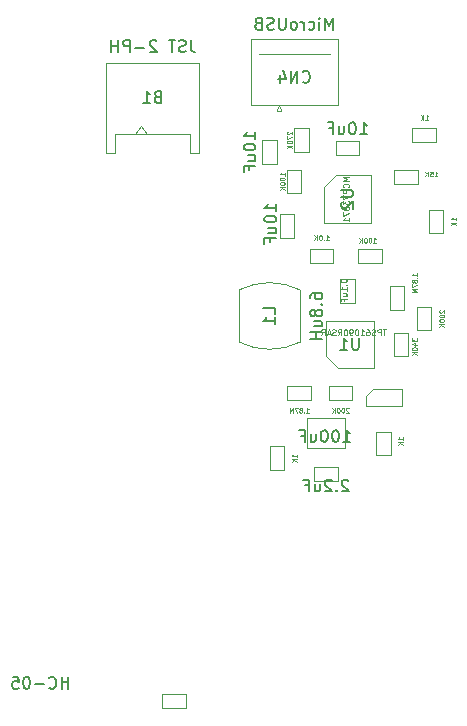
<source format=gbr>
G04 #@! TF.GenerationSoftware,KiCad,Pcbnew,5.1.5-52549c5~86~ubuntu18.04.1*
G04 #@! TF.CreationDate,2020-04-28T10:32:59-07:00*
G04 #@! TF.ProjectId,SHIELD_MIMAS_TFT_BT_POWERSUPPLY,53484945-4c44-45f4-9d49-4d41535f5446,rev?*
G04 #@! TF.SameCoordinates,Original*
G04 #@! TF.FileFunction,Other,Fab,Bot*
%FSLAX46Y46*%
G04 Gerber Fmt 4.6, Leading zero omitted, Abs format (unit mm)*
G04 Created by KiCad (PCBNEW 5.1.5-52549c5~86~ubuntu18.04.1) date 2020-04-28 10:32:59*
%MOMM*%
%LPD*%
G04 APERTURE LIST*
%ADD10C,0.100000*%
%ADD11C,0.125000*%
%ADD12C,0.150000*%
G04 APERTURE END LIST*
D10*
X160700000Y-92800000D02*
X161700000Y-93800000D01*
X160700000Y-89800000D02*
X160700000Y-92800000D01*
X164700000Y-89800000D02*
X160700000Y-89800000D01*
X164700000Y-93800000D02*
X164700000Y-89800000D01*
X161700000Y-93800000D02*
X164700000Y-93800000D01*
X161500000Y-77500000D02*
X160500000Y-78500000D01*
X164500000Y-77500000D02*
X161500000Y-77500000D01*
X164500000Y-81500000D02*
X164500000Y-77500000D01*
X160500000Y-81500000D02*
X164500000Y-81500000D01*
X160500000Y-78500000D02*
X160500000Y-81500000D01*
X156900000Y-72060000D02*
X156900000Y-71850000D01*
X156500000Y-72060000D02*
X156500000Y-71850000D01*
X156500000Y-72060000D02*
X156900000Y-72060000D01*
X156900000Y-71850000D02*
X156700000Y-71650000D01*
X156700000Y-71650000D02*
X156500000Y-71850000D01*
X154300000Y-65950000D02*
X154300000Y-71500000D01*
X154300000Y-71500000D02*
X161700000Y-71500000D01*
X154300000Y-65950000D02*
X161700000Y-65950000D01*
X155000000Y-67250000D02*
X161000000Y-67250000D01*
X161700000Y-65950000D02*
X161700000Y-71500000D01*
X153302255Y-87198851D02*
G75*
G02X158500000Y-87200000I2597745J-5101149D01*
G01*
X158497745Y-91601149D02*
G75*
G02X153300000Y-91600000I-2597745J5101149D01*
G01*
X158500000Y-91600000D02*
X158500000Y-87200000D01*
X153300000Y-87200000D02*
X153300000Y-91600000D01*
X145000000Y-73292893D02*
X145500000Y-74000000D01*
X144500000Y-74000000D02*
X145000000Y-73292893D01*
X149950000Y-75600000D02*
X149950000Y-68000000D01*
X142050000Y-75600000D02*
X142050000Y-68000000D01*
X142050000Y-68000000D02*
X149950000Y-68000000D01*
X149150000Y-75600000D02*
X149950000Y-75600000D01*
X149150000Y-74000000D02*
X149150000Y-75600000D01*
X142850000Y-74000000D02*
X149150000Y-74000000D01*
X142850000Y-75600000D02*
X142850000Y-74000000D01*
X142050000Y-75600000D02*
X142850000Y-75600000D01*
X157100000Y-102450000D02*
X157100000Y-100450000D01*
X155900000Y-102450000D02*
X157100000Y-102450000D01*
X155900000Y-100450000D02*
X155900000Y-102450000D01*
X157100000Y-100450000D02*
X155900000Y-100450000D01*
X162300000Y-98050000D02*
X159100000Y-98050000D01*
X162300000Y-100550000D02*
X162300000Y-98050000D01*
X159100000Y-100550000D02*
X162300000Y-100550000D01*
X159100000Y-98050000D02*
X159100000Y-100550000D01*
X146787500Y-122600000D02*
X148787500Y-122600000D01*
X146787500Y-121400000D02*
X146787500Y-122600000D01*
X148787500Y-121400000D02*
X146787500Y-121400000D01*
X148787500Y-122600000D02*
X148787500Y-121400000D01*
X167120000Y-95600000D02*
X167120000Y-97000000D01*
X164080000Y-97000000D02*
X167120000Y-97000000D01*
X164650000Y-95600000D02*
X164080000Y-96150000D01*
X164080000Y-96150000D02*
X164080000Y-97000000D01*
X164650000Y-95600000D02*
X167100000Y-95600000D01*
X163500000Y-74600000D02*
X161500000Y-74600000D01*
X163500000Y-75800000D02*
X163500000Y-74600000D01*
X161500000Y-75800000D02*
X163500000Y-75800000D01*
X161500000Y-74600000D02*
X161500000Y-75800000D01*
X158000000Y-82800000D02*
X158000000Y-80800000D01*
X156800000Y-82800000D02*
X158000000Y-82800000D01*
X156800000Y-80800000D02*
X156800000Y-82800000D01*
X158000000Y-80800000D02*
X156800000Y-80800000D01*
X163100000Y-88300000D02*
X163100000Y-86300000D01*
X161900000Y-88300000D02*
X163100000Y-88300000D01*
X161900000Y-86300000D02*
X161900000Y-88300000D01*
X163100000Y-86300000D02*
X161900000Y-86300000D01*
X161700000Y-102200000D02*
X159700000Y-102200000D01*
X161700000Y-103400000D02*
X161700000Y-102200000D01*
X159700000Y-103400000D02*
X161700000Y-103400000D01*
X159700000Y-102200000D02*
X159700000Y-103400000D01*
X155300000Y-74500000D02*
X155300000Y-76500000D01*
X156500000Y-74500000D02*
X155300000Y-74500000D01*
X156500000Y-76500000D02*
X156500000Y-74500000D01*
X155300000Y-76500000D02*
X156500000Y-76500000D01*
X166462500Y-78200000D02*
X168462500Y-78200000D01*
X166462500Y-77000000D02*
X166462500Y-78200000D01*
X168462500Y-77000000D02*
X166462500Y-77000000D01*
X168462500Y-78200000D02*
X168462500Y-77000000D01*
X164950000Y-99200000D02*
X164950000Y-101200000D01*
X166150000Y-99200000D02*
X164950000Y-99200000D01*
X166150000Y-101200000D02*
X166150000Y-99200000D01*
X164950000Y-101200000D02*
X166150000Y-101200000D01*
X163400000Y-84900000D02*
X165400000Y-84900000D01*
X163400000Y-83700000D02*
X163400000Y-84900000D01*
X165400000Y-83700000D02*
X163400000Y-83700000D01*
X165400000Y-84900000D02*
X165400000Y-83700000D01*
X161300000Y-83700000D02*
X159300000Y-83700000D01*
X161300000Y-84900000D02*
X161300000Y-83700000D01*
X159300000Y-84900000D02*
X161300000Y-84900000D01*
X159300000Y-83700000D02*
X159300000Y-84900000D01*
X169600000Y-90600000D02*
X169600000Y-88600000D01*
X168400000Y-90600000D02*
X169600000Y-90600000D01*
X168400000Y-88600000D02*
X168400000Y-90600000D01*
X169600000Y-88600000D02*
X168400000Y-88600000D01*
X170600000Y-82400000D02*
X170600000Y-80400000D01*
X169400000Y-82400000D02*
X170600000Y-82400000D01*
X169400000Y-80400000D02*
X169400000Y-82400000D01*
X170600000Y-80400000D02*
X169400000Y-80400000D01*
X158600000Y-79000000D02*
X158600000Y-77000000D01*
X157400000Y-79000000D02*
X158600000Y-79000000D01*
X157400000Y-77000000D02*
X157400000Y-79000000D01*
X158600000Y-77000000D02*
X157400000Y-77000000D01*
X158000000Y-73500000D02*
X158000000Y-75500000D01*
X159200000Y-73500000D02*
X158000000Y-73500000D01*
X159200000Y-75500000D02*
X159200000Y-73500000D01*
X158000000Y-75500000D02*
X159200000Y-75500000D01*
X160900000Y-96500000D02*
X162900000Y-96500000D01*
X160900000Y-95300000D02*
X160900000Y-96500000D01*
X162900000Y-95300000D02*
X160900000Y-95300000D01*
X162900000Y-96500000D02*
X162900000Y-95300000D01*
X157400000Y-96500000D02*
X159400000Y-96500000D01*
X157400000Y-95300000D02*
X157400000Y-96500000D01*
X159400000Y-95300000D02*
X157400000Y-95300000D01*
X159400000Y-96500000D02*
X159400000Y-95300000D01*
X166400000Y-90800000D02*
X166400000Y-92800000D01*
X167600000Y-90800000D02*
X166400000Y-90800000D01*
X167600000Y-92800000D02*
X167600000Y-90800000D01*
X166400000Y-92800000D02*
X167600000Y-92800000D01*
X166100000Y-86900000D02*
X166100000Y-88900000D01*
X167300000Y-86900000D02*
X166100000Y-86900000D01*
X167300000Y-88900000D02*
X167300000Y-86900000D01*
X166100000Y-88900000D02*
X167300000Y-88900000D01*
X170000000Y-73500000D02*
X168000000Y-73500000D01*
X170000000Y-74700000D02*
X170000000Y-73500000D01*
X168000000Y-74700000D02*
X170000000Y-74700000D01*
X168000000Y-73500000D02*
X168000000Y-74700000D01*
D11*
X165773809Y-90526190D02*
X165488095Y-90526190D01*
X165630952Y-91026190D02*
X165630952Y-90526190D01*
X165321428Y-91026190D02*
X165321428Y-90526190D01*
X165130952Y-90526190D01*
X165083333Y-90550000D01*
X165059523Y-90573809D01*
X165035714Y-90621428D01*
X165035714Y-90692857D01*
X165059523Y-90740476D01*
X165083333Y-90764285D01*
X165130952Y-90788095D01*
X165321428Y-90788095D01*
X164845238Y-91002380D02*
X164773809Y-91026190D01*
X164654761Y-91026190D01*
X164607142Y-91002380D01*
X164583333Y-90978571D01*
X164559523Y-90930952D01*
X164559523Y-90883333D01*
X164583333Y-90835714D01*
X164607142Y-90811904D01*
X164654761Y-90788095D01*
X164750000Y-90764285D01*
X164797619Y-90740476D01*
X164821428Y-90716666D01*
X164845238Y-90669047D01*
X164845238Y-90621428D01*
X164821428Y-90573809D01*
X164797619Y-90550000D01*
X164750000Y-90526190D01*
X164630952Y-90526190D01*
X164559523Y-90550000D01*
X164130952Y-90526190D02*
X164226190Y-90526190D01*
X164273809Y-90550000D01*
X164297619Y-90573809D01*
X164345238Y-90645238D01*
X164369047Y-90740476D01*
X164369047Y-90930952D01*
X164345238Y-90978571D01*
X164321428Y-91002380D01*
X164273809Y-91026190D01*
X164178571Y-91026190D01*
X164130952Y-91002380D01*
X164107142Y-90978571D01*
X164083333Y-90930952D01*
X164083333Y-90811904D01*
X164107142Y-90764285D01*
X164130952Y-90740476D01*
X164178571Y-90716666D01*
X164273809Y-90716666D01*
X164321428Y-90740476D01*
X164345238Y-90764285D01*
X164369047Y-90811904D01*
X163607142Y-91026190D02*
X163892857Y-91026190D01*
X163750000Y-91026190D02*
X163750000Y-90526190D01*
X163797619Y-90597619D01*
X163845238Y-90645238D01*
X163892857Y-90669047D01*
X163297619Y-90526190D02*
X163250000Y-90526190D01*
X163202380Y-90550000D01*
X163178571Y-90573809D01*
X163154761Y-90621428D01*
X163130952Y-90716666D01*
X163130952Y-90835714D01*
X163154761Y-90930952D01*
X163178571Y-90978571D01*
X163202380Y-91002380D01*
X163250000Y-91026190D01*
X163297619Y-91026190D01*
X163345238Y-91002380D01*
X163369047Y-90978571D01*
X163392857Y-90930952D01*
X163416666Y-90835714D01*
X163416666Y-90716666D01*
X163392857Y-90621428D01*
X163369047Y-90573809D01*
X163345238Y-90550000D01*
X163297619Y-90526190D01*
X162892857Y-91026190D02*
X162797619Y-91026190D01*
X162750000Y-91002380D01*
X162726190Y-90978571D01*
X162678571Y-90907142D01*
X162654761Y-90811904D01*
X162654761Y-90621428D01*
X162678571Y-90573809D01*
X162702380Y-90550000D01*
X162750000Y-90526190D01*
X162845238Y-90526190D01*
X162892857Y-90550000D01*
X162916666Y-90573809D01*
X162940476Y-90621428D01*
X162940476Y-90740476D01*
X162916666Y-90788095D01*
X162892857Y-90811904D01*
X162845238Y-90835714D01*
X162750000Y-90835714D01*
X162702380Y-90811904D01*
X162678571Y-90788095D01*
X162654761Y-90740476D01*
X162345238Y-90526190D02*
X162297619Y-90526190D01*
X162250000Y-90550000D01*
X162226190Y-90573809D01*
X162202380Y-90621428D01*
X162178571Y-90716666D01*
X162178571Y-90835714D01*
X162202380Y-90930952D01*
X162226190Y-90978571D01*
X162250000Y-91002380D01*
X162297619Y-91026190D01*
X162345238Y-91026190D01*
X162392857Y-91002380D01*
X162416666Y-90978571D01*
X162440476Y-90930952D01*
X162464285Y-90835714D01*
X162464285Y-90716666D01*
X162440476Y-90621428D01*
X162416666Y-90573809D01*
X162392857Y-90550000D01*
X162345238Y-90526190D01*
X161678571Y-91026190D02*
X161845238Y-90788095D01*
X161964285Y-91026190D02*
X161964285Y-90526190D01*
X161773809Y-90526190D01*
X161726190Y-90550000D01*
X161702380Y-90573809D01*
X161678571Y-90621428D01*
X161678571Y-90692857D01*
X161702380Y-90740476D01*
X161726190Y-90764285D01*
X161773809Y-90788095D01*
X161964285Y-90788095D01*
X161488095Y-91002380D02*
X161416666Y-91026190D01*
X161297619Y-91026190D01*
X161250000Y-91002380D01*
X161226190Y-90978571D01*
X161202380Y-90930952D01*
X161202380Y-90883333D01*
X161226190Y-90835714D01*
X161250000Y-90811904D01*
X161297619Y-90788095D01*
X161392857Y-90764285D01*
X161440476Y-90740476D01*
X161464285Y-90716666D01*
X161488095Y-90669047D01*
X161488095Y-90621428D01*
X161464285Y-90573809D01*
X161440476Y-90550000D01*
X161392857Y-90526190D01*
X161273809Y-90526190D01*
X161202380Y-90550000D01*
X161011904Y-90883333D02*
X160773809Y-90883333D01*
X161059523Y-91026190D02*
X160892857Y-90526190D01*
X160726190Y-91026190D01*
X160273809Y-91026190D02*
X160440476Y-90788095D01*
X160559523Y-91026190D02*
X160559523Y-90526190D01*
X160369047Y-90526190D01*
X160321428Y-90550000D01*
X160297619Y-90573809D01*
X160273809Y-90621428D01*
X160273809Y-90692857D01*
X160297619Y-90740476D01*
X160321428Y-90764285D01*
X160369047Y-90788095D01*
X160559523Y-90788095D01*
D12*
X163461904Y-91252380D02*
X163461904Y-92061904D01*
X163414285Y-92157142D01*
X163366666Y-92204761D01*
X163271428Y-92252380D01*
X163080952Y-92252380D01*
X162985714Y-92204761D01*
X162938095Y-92157142D01*
X162890476Y-92061904D01*
X162890476Y-91252380D01*
X161890476Y-92252380D02*
X162461904Y-92252380D01*
X162176190Y-92252380D02*
X162176190Y-91252380D01*
X162271428Y-91395238D01*
X162366666Y-91490476D01*
X162461904Y-91538095D01*
D11*
X162626190Y-77642857D02*
X162126190Y-77642857D01*
X162483333Y-77809523D01*
X162126190Y-77976190D01*
X162626190Y-77976190D01*
X162578571Y-78500000D02*
X162602380Y-78476190D01*
X162626190Y-78404761D01*
X162626190Y-78357142D01*
X162602380Y-78285714D01*
X162554761Y-78238095D01*
X162507142Y-78214285D01*
X162411904Y-78190476D01*
X162340476Y-78190476D01*
X162245238Y-78214285D01*
X162197619Y-78238095D01*
X162150000Y-78285714D01*
X162126190Y-78357142D01*
X162126190Y-78404761D01*
X162150000Y-78476190D01*
X162173809Y-78500000D01*
X162626190Y-78714285D02*
X162126190Y-78714285D01*
X162126190Y-78904761D01*
X162150000Y-78952380D01*
X162173809Y-78976190D01*
X162221428Y-79000000D01*
X162292857Y-79000000D01*
X162340476Y-78976190D01*
X162364285Y-78952380D01*
X162388095Y-78904761D01*
X162388095Y-78714285D01*
X162126190Y-79166666D02*
X162126190Y-79500000D01*
X162626190Y-79285714D01*
X162126190Y-79642857D02*
X162126190Y-79952380D01*
X162316666Y-79785714D01*
X162316666Y-79857142D01*
X162340476Y-79904761D01*
X162364285Y-79928571D01*
X162411904Y-79952380D01*
X162530952Y-79952380D01*
X162578571Y-79928571D01*
X162602380Y-79904761D01*
X162626190Y-79857142D01*
X162626190Y-79714285D01*
X162602380Y-79666666D01*
X162578571Y-79642857D01*
X162340476Y-80238095D02*
X162316666Y-80190476D01*
X162292857Y-80166666D01*
X162245238Y-80142857D01*
X162221428Y-80142857D01*
X162173809Y-80166666D01*
X162150000Y-80190476D01*
X162126190Y-80238095D01*
X162126190Y-80333333D01*
X162150000Y-80380952D01*
X162173809Y-80404761D01*
X162221428Y-80428571D01*
X162245238Y-80428571D01*
X162292857Y-80404761D01*
X162316666Y-80380952D01*
X162340476Y-80333333D01*
X162340476Y-80238095D01*
X162364285Y-80190476D01*
X162388095Y-80166666D01*
X162435714Y-80142857D01*
X162530952Y-80142857D01*
X162578571Y-80166666D01*
X162602380Y-80190476D01*
X162626190Y-80238095D01*
X162626190Y-80333333D01*
X162602380Y-80380952D01*
X162578571Y-80404761D01*
X162530952Y-80428571D01*
X162435714Y-80428571D01*
X162388095Y-80404761D01*
X162364285Y-80380952D01*
X162340476Y-80333333D01*
X162126190Y-80595238D02*
X162126190Y-80928571D01*
X162626190Y-80714285D01*
X162626190Y-81380952D02*
X162626190Y-81095238D01*
X162626190Y-81238095D02*
X162126190Y-81238095D01*
X162197619Y-81190476D01*
X162245238Y-81142857D01*
X162269047Y-81095238D01*
D12*
X161952380Y-78738095D02*
X162761904Y-78738095D01*
X162857142Y-78785714D01*
X162904761Y-78833333D01*
X162952380Y-78928571D01*
X162952380Y-79119047D01*
X162904761Y-79214285D01*
X162857142Y-79261904D01*
X162761904Y-79309523D01*
X161952380Y-79309523D01*
X162047619Y-79738095D02*
X162000000Y-79785714D01*
X161952380Y-79880952D01*
X161952380Y-80119047D01*
X162000000Y-80214285D01*
X162047619Y-80261904D01*
X162142857Y-80309523D01*
X162238095Y-80309523D01*
X162380952Y-80261904D01*
X162952380Y-79690476D01*
X162952380Y-80309523D01*
X161261904Y-65152380D02*
X161261904Y-64152380D01*
X160928571Y-64866666D01*
X160595238Y-64152380D01*
X160595238Y-65152380D01*
X160119047Y-65152380D02*
X160119047Y-64485714D01*
X160119047Y-64152380D02*
X160166666Y-64200000D01*
X160119047Y-64247619D01*
X160071428Y-64200000D01*
X160119047Y-64152380D01*
X160119047Y-64247619D01*
X159214285Y-65104761D02*
X159309523Y-65152380D01*
X159500000Y-65152380D01*
X159595238Y-65104761D01*
X159642857Y-65057142D01*
X159690476Y-64961904D01*
X159690476Y-64676190D01*
X159642857Y-64580952D01*
X159595238Y-64533333D01*
X159500000Y-64485714D01*
X159309523Y-64485714D01*
X159214285Y-64533333D01*
X158785714Y-65152380D02*
X158785714Y-64485714D01*
X158785714Y-64676190D02*
X158738095Y-64580952D01*
X158690476Y-64533333D01*
X158595238Y-64485714D01*
X158500000Y-64485714D01*
X158023809Y-65152380D02*
X158119047Y-65104761D01*
X158166666Y-65057142D01*
X158214285Y-64961904D01*
X158214285Y-64676190D01*
X158166666Y-64580952D01*
X158119047Y-64533333D01*
X158023809Y-64485714D01*
X157880952Y-64485714D01*
X157785714Y-64533333D01*
X157738095Y-64580952D01*
X157690476Y-64676190D01*
X157690476Y-64961904D01*
X157738095Y-65057142D01*
X157785714Y-65104761D01*
X157880952Y-65152380D01*
X158023809Y-65152380D01*
X157261904Y-64152380D02*
X157261904Y-64961904D01*
X157214285Y-65057142D01*
X157166666Y-65104761D01*
X157071428Y-65152380D01*
X156880952Y-65152380D01*
X156785714Y-65104761D01*
X156738095Y-65057142D01*
X156690476Y-64961904D01*
X156690476Y-64152380D01*
X156261904Y-65104761D02*
X156119047Y-65152380D01*
X155880952Y-65152380D01*
X155785714Y-65104761D01*
X155738095Y-65057142D01*
X155690476Y-64961904D01*
X155690476Y-64866666D01*
X155738095Y-64771428D01*
X155785714Y-64723809D01*
X155880952Y-64676190D01*
X156071428Y-64628571D01*
X156166666Y-64580952D01*
X156214285Y-64533333D01*
X156261904Y-64438095D01*
X156261904Y-64342857D01*
X156214285Y-64247619D01*
X156166666Y-64200000D01*
X156071428Y-64152380D01*
X155833333Y-64152380D01*
X155690476Y-64200000D01*
X154928571Y-64628571D02*
X154785714Y-64676190D01*
X154738095Y-64723809D01*
X154690476Y-64819047D01*
X154690476Y-64961904D01*
X154738095Y-65057142D01*
X154785714Y-65104761D01*
X154880952Y-65152380D01*
X155261904Y-65152380D01*
X155261904Y-64152380D01*
X154928571Y-64152380D01*
X154833333Y-64200000D01*
X154785714Y-64247619D01*
X154738095Y-64342857D01*
X154738095Y-64438095D01*
X154785714Y-64533333D01*
X154833333Y-64580952D01*
X154928571Y-64628571D01*
X155261904Y-64628571D01*
X158690476Y-69557142D02*
X158738095Y-69604761D01*
X158880952Y-69652380D01*
X158976190Y-69652380D01*
X159119047Y-69604761D01*
X159214285Y-69509523D01*
X159261904Y-69414285D01*
X159309523Y-69223809D01*
X159309523Y-69080952D01*
X159261904Y-68890476D01*
X159214285Y-68795238D01*
X159119047Y-68700000D01*
X158976190Y-68652380D01*
X158880952Y-68652380D01*
X158738095Y-68700000D01*
X158690476Y-68747619D01*
X158261904Y-69652380D02*
X158261904Y-68652380D01*
X157690476Y-69652380D01*
X157690476Y-68652380D01*
X156785714Y-68985714D02*
X156785714Y-69652380D01*
X157023809Y-68604761D02*
X157261904Y-69319047D01*
X156642857Y-69319047D01*
X159352380Y-87900000D02*
X159352380Y-87709523D01*
X159400000Y-87614285D01*
X159447619Y-87566666D01*
X159590476Y-87471428D01*
X159780952Y-87423809D01*
X160161904Y-87423809D01*
X160257142Y-87471428D01*
X160304761Y-87519047D01*
X160352380Y-87614285D01*
X160352380Y-87804761D01*
X160304761Y-87900000D01*
X160257142Y-87947619D01*
X160161904Y-87995238D01*
X159923809Y-87995238D01*
X159828571Y-87947619D01*
X159780952Y-87900000D01*
X159733333Y-87804761D01*
X159733333Y-87614285D01*
X159780952Y-87519047D01*
X159828571Y-87471428D01*
X159923809Y-87423809D01*
X160257142Y-88423809D02*
X160304761Y-88471428D01*
X160352380Y-88423809D01*
X160304761Y-88376190D01*
X160257142Y-88423809D01*
X160352380Y-88423809D01*
X159780952Y-89042857D02*
X159733333Y-88947619D01*
X159685714Y-88900000D01*
X159590476Y-88852380D01*
X159542857Y-88852380D01*
X159447619Y-88900000D01*
X159400000Y-88947619D01*
X159352380Y-89042857D01*
X159352380Y-89233333D01*
X159400000Y-89328571D01*
X159447619Y-89376190D01*
X159542857Y-89423809D01*
X159590476Y-89423809D01*
X159685714Y-89376190D01*
X159733333Y-89328571D01*
X159780952Y-89233333D01*
X159780952Y-89042857D01*
X159828571Y-88947619D01*
X159876190Y-88900000D01*
X159971428Y-88852380D01*
X160161904Y-88852380D01*
X160257142Y-88900000D01*
X160304761Y-88947619D01*
X160352380Y-89042857D01*
X160352380Y-89233333D01*
X160304761Y-89328571D01*
X160257142Y-89376190D01*
X160161904Y-89423809D01*
X159971428Y-89423809D01*
X159876190Y-89376190D01*
X159828571Y-89328571D01*
X159780952Y-89233333D01*
X159685714Y-90280952D02*
X160352380Y-90280952D01*
X159685714Y-89852380D02*
X160209523Y-89852380D01*
X160304761Y-89900000D01*
X160352380Y-89995238D01*
X160352380Y-90138095D01*
X160304761Y-90233333D01*
X160257142Y-90280952D01*
X160352380Y-90757142D02*
X159352380Y-90757142D01*
X159828571Y-90757142D02*
X159828571Y-91328571D01*
X160352380Y-91328571D02*
X159352380Y-91328571D01*
X156352380Y-89233333D02*
X156352380Y-88757142D01*
X155352380Y-88757142D01*
X156352380Y-90090476D02*
X156352380Y-89519047D01*
X156352380Y-89804761D02*
X155352380Y-89804761D01*
X155495238Y-89709523D01*
X155590476Y-89614285D01*
X155638095Y-89519047D01*
X149214285Y-66052380D02*
X149214285Y-66766666D01*
X149261904Y-66909523D01*
X149357142Y-67004761D01*
X149500000Y-67052380D01*
X149595238Y-67052380D01*
X148785714Y-67004761D02*
X148642857Y-67052380D01*
X148404761Y-67052380D01*
X148309523Y-67004761D01*
X148261904Y-66957142D01*
X148214285Y-66861904D01*
X148214285Y-66766666D01*
X148261904Y-66671428D01*
X148309523Y-66623809D01*
X148404761Y-66576190D01*
X148595238Y-66528571D01*
X148690476Y-66480952D01*
X148738095Y-66433333D01*
X148785714Y-66338095D01*
X148785714Y-66242857D01*
X148738095Y-66147619D01*
X148690476Y-66100000D01*
X148595238Y-66052380D01*
X148357142Y-66052380D01*
X148214285Y-66100000D01*
X147928571Y-66052380D02*
X147357142Y-66052380D01*
X147642857Y-67052380D02*
X147642857Y-66052380D01*
X146309523Y-66147619D02*
X146261904Y-66100000D01*
X146166666Y-66052380D01*
X145928571Y-66052380D01*
X145833333Y-66100000D01*
X145785714Y-66147619D01*
X145738095Y-66242857D01*
X145738095Y-66338095D01*
X145785714Y-66480952D01*
X146357142Y-67052380D01*
X145738095Y-67052380D01*
X145309523Y-66671428D02*
X144547619Y-66671428D01*
X144071428Y-67052380D02*
X144071428Y-66052380D01*
X143690476Y-66052380D01*
X143595238Y-66100000D01*
X143547619Y-66147619D01*
X143500000Y-66242857D01*
X143500000Y-66385714D01*
X143547619Y-66480952D01*
X143595238Y-66528571D01*
X143690476Y-66576190D01*
X144071428Y-66576190D01*
X143071428Y-67052380D02*
X143071428Y-66052380D01*
X143071428Y-66528571D02*
X142500000Y-66528571D01*
X142500000Y-67052380D02*
X142500000Y-66052380D01*
X146404761Y-70828571D02*
X146261904Y-70876190D01*
X146214285Y-70923809D01*
X146166666Y-71019047D01*
X146166666Y-71161904D01*
X146214285Y-71257142D01*
X146261904Y-71304761D01*
X146357142Y-71352380D01*
X146738095Y-71352380D01*
X146738095Y-70352380D01*
X146404761Y-70352380D01*
X146309523Y-70400000D01*
X146261904Y-70447619D01*
X146214285Y-70542857D01*
X146214285Y-70638095D01*
X146261904Y-70733333D01*
X146309523Y-70780952D01*
X146404761Y-70828571D01*
X146738095Y-70828571D01*
X145214285Y-71352380D02*
X145785714Y-71352380D01*
X145500000Y-71352380D02*
X145500000Y-70352380D01*
X145595238Y-70495238D01*
X145690476Y-70590476D01*
X145785714Y-70638095D01*
D10*
X158180952Y-101364285D02*
X158180952Y-101135714D01*
X158180952Y-101250000D02*
X157780952Y-101250000D01*
X157838095Y-101211904D01*
X157876190Y-101173809D01*
X157895238Y-101135714D01*
X158180952Y-101535714D02*
X157780952Y-101535714D01*
X158180952Y-101764285D02*
X157952380Y-101592857D01*
X157780952Y-101764285D02*
X158009523Y-101535714D01*
D12*
X138857142Y-120952380D02*
X138857142Y-119952380D01*
X138857142Y-120428571D02*
X138285714Y-120428571D01*
X138285714Y-120952380D02*
X138285714Y-119952380D01*
X137238095Y-120857142D02*
X137285714Y-120904761D01*
X137428571Y-120952380D01*
X137523809Y-120952380D01*
X137666666Y-120904761D01*
X137761904Y-120809523D01*
X137809523Y-120714285D01*
X137857142Y-120523809D01*
X137857142Y-120380952D01*
X137809523Y-120190476D01*
X137761904Y-120095238D01*
X137666666Y-120000000D01*
X137523809Y-119952380D01*
X137428571Y-119952380D01*
X137285714Y-120000000D01*
X137238095Y-120047619D01*
X136809523Y-120571428D02*
X136047619Y-120571428D01*
X135380952Y-119952380D02*
X135285714Y-119952380D01*
X135190476Y-120000000D01*
X135142857Y-120047619D01*
X135095238Y-120142857D01*
X135047619Y-120333333D01*
X135047619Y-120571428D01*
X135095238Y-120761904D01*
X135142857Y-120857142D01*
X135190476Y-120904761D01*
X135285714Y-120952380D01*
X135380952Y-120952380D01*
X135476190Y-120904761D01*
X135523809Y-120857142D01*
X135571428Y-120761904D01*
X135619047Y-120571428D01*
X135619047Y-120333333D01*
X135571428Y-120142857D01*
X135523809Y-120047619D01*
X135476190Y-120000000D01*
X135380952Y-119952380D01*
X134142857Y-119952380D02*
X134619047Y-119952380D01*
X134666666Y-120428571D01*
X134619047Y-120380952D01*
X134523809Y-120333333D01*
X134285714Y-120333333D01*
X134190476Y-120380952D01*
X134142857Y-120428571D01*
X134095238Y-120523809D01*
X134095238Y-120761904D01*
X134142857Y-120857142D01*
X134190476Y-120904761D01*
X134285714Y-120952380D01*
X134523809Y-120952380D01*
X134619047Y-120904761D01*
X134666666Y-120857142D01*
X162147619Y-100052380D02*
X162719047Y-100052380D01*
X162433333Y-100052380D02*
X162433333Y-99052380D01*
X162528571Y-99195238D01*
X162623809Y-99290476D01*
X162719047Y-99338095D01*
X161528571Y-99052380D02*
X161433333Y-99052380D01*
X161338095Y-99100000D01*
X161290476Y-99147619D01*
X161242857Y-99242857D01*
X161195238Y-99433333D01*
X161195238Y-99671428D01*
X161242857Y-99861904D01*
X161290476Y-99957142D01*
X161338095Y-100004761D01*
X161433333Y-100052380D01*
X161528571Y-100052380D01*
X161623809Y-100004761D01*
X161671428Y-99957142D01*
X161719047Y-99861904D01*
X161766666Y-99671428D01*
X161766666Y-99433333D01*
X161719047Y-99242857D01*
X161671428Y-99147619D01*
X161623809Y-99100000D01*
X161528571Y-99052380D01*
X160576190Y-99052380D02*
X160480952Y-99052380D01*
X160385714Y-99100000D01*
X160338095Y-99147619D01*
X160290476Y-99242857D01*
X160242857Y-99433333D01*
X160242857Y-99671428D01*
X160290476Y-99861904D01*
X160338095Y-99957142D01*
X160385714Y-100004761D01*
X160480952Y-100052380D01*
X160576190Y-100052380D01*
X160671428Y-100004761D01*
X160719047Y-99957142D01*
X160766666Y-99861904D01*
X160814285Y-99671428D01*
X160814285Y-99433333D01*
X160766666Y-99242857D01*
X160719047Y-99147619D01*
X160671428Y-99100000D01*
X160576190Y-99052380D01*
X159385714Y-99385714D02*
X159385714Y-100052380D01*
X159814285Y-99385714D02*
X159814285Y-99909523D01*
X159766666Y-100004761D01*
X159671428Y-100052380D01*
X159528571Y-100052380D01*
X159433333Y-100004761D01*
X159385714Y-99957142D01*
X158576190Y-99528571D02*
X158909523Y-99528571D01*
X158909523Y-100052380D02*
X158909523Y-99052380D01*
X158433333Y-99052380D01*
X163571428Y-74002380D02*
X164142857Y-74002380D01*
X163857142Y-74002380D02*
X163857142Y-73002380D01*
X163952380Y-73145238D01*
X164047619Y-73240476D01*
X164142857Y-73288095D01*
X162952380Y-73002380D02*
X162857142Y-73002380D01*
X162761904Y-73050000D01*
X162714285Y-73097619D01*
X162666666Y-73192857D01*
X162619047Y-73383333D01*
X162619047Y-73621428D01*
X162666666Y-73811904D01*
X162714285Y-73907142D01*
X162761904Y-73954761D01*
X162857142Y-74002380D01*
X162952380Y-74002380D01*
X163047619Y-73954761D01*
X163095238Y-73907142D01*
X163142857Y-73811904D01*
X163190476Y-73621428D01*
X163190476Y-73383333D01*
X163142857Y-73192857D01*
X163095238Y-73097619D01*
X163047619Y-73050000D01*
X162952380Y-73002380D01*
X161761904Y-73335714D02*
X161761904Y-74002380D01*
X162190476Y-73335714D02*
X162190476Y-73859523D01*
X162142857Y-73954761D01*
X162047619Y-74002380D01*
X161904761Y-74002380D01*
X161809523Y-73954761D01*
X161761904Y-73907142D01*
X160952380Y-73478571D02*
X161285714Y-73478571D01*
X161285714Y-74002380D02*
X161285714Y-73002380D01*
X160809523Y-73002380D01*
X156452380Y-80528571D02*
X156452380Y-79957142D01*
X156452380Y-80242857D02*
X155452380Y-80242857D01*
X155595238Y-80147619D01*
X155690476Y-80052380D01*
X155738095Y-79957142D01*
X155452380Y-81147619D02*
X155452380Y-81242857D01*
X155500000Y-81338095D01*
X155547619Y-81385714D01*
X155642857Y-81433333D01*
X155833333Y-81480952D01*
X156071428Y-81480952D01*
X156261904Y-81433333D01*
X156357142Y-81385714D01*
X156404761Y-81338095D01*
X156452380Y-81242857D01*
X156452380Y-81147619D01*
X156404761Y-81052380D01*
X156357142Y-81004761D01*
X156261904Y-80957142D01*
X156071428Y-80909523D01*
X155833333Y-80909523D01*
X155642857Y-80957142D01*
X155547619Y-81004761D01*
X155500000Y-81052380D01*
X155452380Y-81147619D01*
X155785714Y-82338095D02*
X156452380Y-82338095D01*
X155785714Y-81909523D02*
X156309523Y-81909523D01*
X156404761Y-81957142D01*
X156452380Y-82052380D01*
X156452380Y-82195238D01*
X156404761Y-82290476D01*
X156357142Y-82338095D01*
X155928571Y-83147619D02*
X155928571Y-82814285D01*
X156452380Y-82814285D02*
X155452380Y-82814285D01*
X155452380Y-83290476D01*
D11*
X161926190Y-86378571D02*
X161926190Y-86426190D01*
X161950000Y-86473809D01*
X161973809Y-86497619D01*
X162021428Y-86521428D01*
X162116666Y-86545238D01*
X162235714Y-86545238D01*
X162330952Y-86521428D01*
X162378571Y-86497619D01*
X162402380Y-86473809D01*
X162426190Y-86426190D01*
X162426190Y-86378571D01*
X162402380Y-86330952D01*
X162378571Y-86307142D01*
X162330952Y-86283333D01*
X162235714Y-86259523D01*
X162116666Y-86259523D01*
X162021428Y-86283333D01*
X161973809Y-86307142D01*
X161950000Y-86330952D01*
X161926190Y-86378571D01*
X162378571Y-86759523D02*
X162402380Y-86783333D01*
X162426190Y-86759523D01*
X162402380Y-86735714D01*
X162378571Y-86759523D01*
X162426190Y-86759523D01*
X162426190Y-87259523D02*
X162426190Y-86973809D01*
X162426190Y-87116666D02*
X161926190Y-87116666D01*
X161997619Y-87069047D01*
X162045238Y-87021428D01*
X162069047Y-86973809D01*
X162092857Y-87688095D02*
X162426190Y-87688095D01*
X162092857Y-87473809D02*
X162354761Y-87473809D01*
X162402380Y-87497619D01*
X162426190Y-87545238D01*
X162426190Y-87616666D01*
X162402380Y-87664285D01*
X162378571Y-87688095D01*
X162164285Y-88092857D02*
X162164285Y-87926190D01*
X162426190Y-87926190D02*
X161926190Y-87926190D01*
X161926190Y-88164285D01*
D12*
X162580952Y-103347619D02*
X162533333Y-103300000D01*
X162438095Y-103252380D01*
X162200000Y-103252380D01*
X162104761Y-103300000D01*
X162057142Y-103347619D01*
X162009523Y-103442857D01*
X162009523Y-103538095D01*
X162057142Y-103680952D01*
X162628571Y-104252380D01*
X162009523Y-104252380D01*
X161580952Y-104157142D02*
X161533333Y-104204761D01*
X161580952Y-104252380D01*
X161628571Y-104204761D01*
X161580952Y-104157142D01*
X161580952Y-104252380D01*
X161152380Y-103347619D02*
X161104761Y-103300000D01*
X161009523Y-103252380D01*
X160771428Y-103252380D01*
X160676190Y-103300000D01*
X160628571Y-103347619D01*
X160580952Y-103442857D01*
X160580952Y-103538095D01*
X160628571Y-103680952D01*
X161200000Y-104252380D01*
X160580952Y-104252380D01*
X159723809Y-103585714D02*
X159723809Y-104252380D01*
X160152380Y-103585714D02*
X160152380Y-104109523D01*
X160104761Y-104204761D01*
X160009523Y-104252380D01*
X159866666Y-104252380D01*
X159771428Y-104204761D01*
X159723809Y-104157142D01*
X158914285Y-103728571D02*
X159247619Y-103728571D01*
X159247619Y-104252380D02*
X159247619Y-103252380D01*
X158771428Y-103252380D01*
X154702380Y-74428571D02*
X154702380Y-73857142D01*
X154702380Y-74142857D02*
X153702380Y-74142857D01*
X153845238Y-74047619D01*
X153940476Y-73952380D01*
X153988095Y-73857142D01*
X153702380Y-75047619D02*
X153702380Y-75142857D01*
X153750000Y-75238095D01*
X153797619Y-75285714D01*
X153892857Y-75333333D01*
X154083333Y-75380952D01*
X154321428Y-75380952D01*
X154511904Y-75333333D01*
X154607142Y-75285714D01*
X154654761Y-75238095D01*
X154702380Y-75142857D01*
X154702380Y-75047619D01*
X154654761Y-74952380D01*
X154607142Y-74904761D01*
X154511904Y-74857142D01*
X154321428Y-74809523D01*
X154083333Y-74809523D01*
X153892857Y-74857142D01*
X153797619Y-74904761D01*
X153750000Y-74952380D01*
X153702380Y-75047619D01*
X154035714Y-76238095D02*
X154702380Y-76238095D01*
X154035714Y-75809523D02*
X154559523Y-75809523D01*
X154654761Y-75857142D01*
X154702380Y-75952380D01*
X154702380Y-76095238D01*
X154654761Y-76190476D01*
X154607142Y-76238095D01*
X154178571Y-77047619D02*
X154178571Y-76714285D01*
X154702380Y-76714285D02*
X153702380Y-76714285D01*
X153702380Y-77190476D01*
D10*
X169876190Y-77580952D02*
X170104761Y-77580952D01*
X169990476Y-77580952D02*
X169990476Y-77180952D01*
X170028571Y-77238095D01*
X170066666Y-77276190D01*
X170104761Y-77295238D01*
X169514285Y-77180952D02*
X169704761Y-77180952D01*
X169723809Y-77371428D01*
X169704761Y-77352380D01*
X169666666Y-77333333D01*
X169571428Y-77333333D01*
X169533333Y-77352380D01*
X169514285Y-77371428D01*
X169495238Y-77409523D01*
X169495238Y-77504761D01*
X169514285Y-77542857D01*
X169533333Y-77561904D01*
X169571428Y-77580952D01*
X169666666Y-77580952D01*
X169704761Y-77561904D01*
X169723809Y-77542857D01*
X169323809Y-77580952D02*
X169323809Y-77180952D01*
X169095238Y-77580952D02*
X169266666Y-77352380D01*
X169095238Y-77180952D02*
X169323809Y-77409523D01*
X167180952Y-99914285D02*
X167180952Y-99685714D01*
X167180952Y-99800000D02*
X166780952Y-99800000D01*
X166838095Y-99761904D01*
X166876190Y-99723809D01*
X166895238Y-99685714D01*
X167180952Y-100085714D02*
X166780952Y-100085714D01*
X167180952Y-100314285D02*
X166952380Y-100142857D01*
X166780952Y-100314285D02*
X167009523Y-100085714D01*
X164666666Y-83180952D02*
X164895238Y-83180952D01*
X164780952Y-83180952D02*
X164780952Y-82780952D01*
X164819047Y-82838095D01*
X164857142Y-82876190D01*
X164895238Y-82895238D01*
X164419047Y-82780952D02*
X164380952Y-82780952D01*
X164342857Y-82800000D01*
X164323809Y-82819047D01*
X164304761Y-82857142D01*
X164285714Y-82933333D01*
X164285714Y-83028571D01*
X164304761Y-83104761D01*
X164323809Y-83142857D01*
X164342857Y-83161904D01*
X164380952Y-83180952D01*
X164419047Y-83180952D01*
X164457142Y-83161904D01*
X164476190Y-83142857D01*
X164495238Y-83104761D01*
X164514285Y-83028571D01*
X164514285Y-82933333D01*
X164495238Y-82857142D01*
X164476190Y-82819047D01*
X164457142Y-82800000D01*
X164419047Y-82780952D01*
X164038095Y-82780952D02*
X164000000Y-82780952D01*
X163961904Y-82800000D01*
X163942857Y-82819047D01*
X163923809Y-82857142D01*
X163904761Y-82933333D01*
X163904761Y-83028571D01*
X163923809Y-83104761D01*
X163942857Y-83142857D01*
X163961904Y-83161904D01*
X164000000Y-83180952D01*
X164038095Y-83180952D01*
X164076190Y-83161904D01*
X164095238Y-83142857D01*
X164114285Y-83104761D01*
X164133333Y-83028571D01*
X164133333Y-82933333D01*
X164114285Y-82857142D01*
X164095238Y-82819047D01*
X164076190Y-82800000D01*
X164038095Y-82780952D01*
X163733333Y-83180952D02*
X163733333Y-82780952D01*
X163504761Y-83180952D02*
X163676190Y-82952380D01*
X163504761Y-82780952D02*
X163733333Y-83009523D01*
X160671428Y-82980952D02*
X160900000Y-82980952D01*
X160785714Y-82980952D02*
X160785714Y-82580952D01*
X160823809Y-82638095D01*
X160861904Y-82676190D01*
X160900000Y-82695238D01*
X160500000Y-82942857D02*
X160480952Y-82961904D01*
X160500000Y-82980952D01*
X160519047Y-82961904D01*
X160500000Y-82942857D01*
X160500000Y-82980952D01*
X160233333Y-82580952D02*
X160195238Y-82580952D01*
X160157142Y-82600000D01*
X160138095Y-82619047D01*
X160119047Y-82657142D01*
X160100000Y-82733333D01*
X160100000Y-82828571D01*
X160119047Y-82904761D01*
X160138095Y-82942857D01*
X160157142Y-82961904D01*
X160195238Y-82980952D01*
X160233333Y-82980952D01*
X160271428Y-82961904D01*
X160290476Y-82942857D01*
X160309523Y-82904761D01*
X160328571Y-82828571D01*
X160328571Y-82733333D01*
X160309523Y-82657142D01*
X160290476Y-82619047D01*
X160271428Y-82600000D01*
X160233333Y-82580952D01*
X159928571Y-82980952D02*
X159928571Y-82580952D01*
X159700000Y-82980952D02*
X159871428Y-82752380D01*
X159700000Y-82580952D02*
X159928571Y-82809523D01*
X170319047Y-88904761D02*
X170300000Y-88923809D01*
X170280952Y-88961904D01*
X170280952Y-89057142D01*
X170300000Y-89095238D01*
X170319047Y-89114285D01*
X170357142Y-89133333D01*
X170395238Y-89133333D01*
X170452380Y-89114285D01*
X170680952Y-88885714D01*
X170680952Y-89133333D01*
X170280952Y-89380952D02*
X170280952Y-89419047D01*
X170300000Y-89457142D01*
X170319047Y-89476190D01*
X170357142Y-89495238D01*
X170433333Y-89514285D01*
X170528571Y-89514285D01*
X170604761Y-89495238D01*
X170642857Y-89476190D01*
X170661904Y-89457142D01*
X170680952Y-89419047D01*
X170680952Y-89380952D01*
X170661904Y-89342857D01*
X170642857Y-89323809D01*
X170604761Y-89304761D01*
X170528571Y-89285714D01*
X170433333Y-89285714D01*
X170357142Y-89304761D01*
X170319047Y-89323809D01*
X170300000Y-89342857D01*
X170280952Y-89380952D01*
X170280952Y-89761904D02*
X170280952Y-89800000D01*
X170300000Y-89838095D01*
X170319047Y-89857142D01*
X170357142Y-89876190D01*
X170433333Y-89895238D01*
X170528571Y-89895238D01*
X170604761Y-89876190D01*
X170642857Y-89857142D01*
X170661904Y-89838095D01*
X170680952Y-89800000D01*
X170680952Y-89761904D01*
X170661904Y-89723809D01*
X170642857Y-89704761D01*
X170604761Y-89685714D01*
X170528571Y-89666666D01*
X170433333Y-89666666D01*
X170357142Y-89685714D01*
X170319047Y-89704761D01*
X170300000Y-89723809D01*
X170280952Y-89761904D01*
X170680952Y-90066666D02*
X170280952Y-90066666D01*
X170680952Y-90295238D02*
X170452380Y-90123809D01*
X170280952Y-90295238D02*
X170509523Y-90066666D01*
X171680952Y-81314285D02*
X171680952Y-81085714D01*
X171680952Y-81200000D02*
X171280952Y-81200000D01*
X171338095Y-81161904D01*
X171376190Y-81123809D01*
X171395238Y-81085714D01*
X171680952Y-81485714D02*
X171280952Y-81485714D01*
X171680952Y-81714285D02*
X171452380Y-81542857D01*
X171280952Y-81714285D02*
X171509523Y-81485714D01*
X157180952Y-77533333D02*
X157180952Y-77304761D01*
X157180952Y-77419047D02*
X156780952Y-77419047D01*
X156838095Y-77380952D01*
X156876190Y-77342857D01*
X156895238Y-77304761D01*
X156780952Y-77780952D02*
X156780952Y-77819047D01*
X156800000Y-77857142D01*
X156819047Y-77876190D01*
X156857142Y-77895238D01*
X156933333Y-77914285D01*
X157028571Y-77914285D01*
X157104761Y-77895238D01*
X157142857Y-77876190D01*
X157161904Y-77857142D01*
X157180952Y-77819047D01*
X157180952Y-77780952D01*
X157161904Y-77742857D01*
X157142857Y-77723809D01*
X157104761Y-77704761D01*
X157028571Y-77685714D01*
X156933333Y-77685714D01*
X156857142Y-77704761D01*
X156819047Y-77723809D01*
X156800000Y-77742857D01*
X156780952Y-77780952D01*
X156780952Y-78161904D02*
X156780952Y-78200000D01*
X156800000Y-78238095D01*
X156819047Y-78257142D01*
X156857142Y-78276190D01*
X156933333Y-78295238D01*
X157028571Y-78295238D01*
X157104761Y-78276190D01*
X157142857Y-78257142D01*
X157161904Y-78238095D01*
X157180952Y-78200000D01*
X157180952Y-78161904D01*
X157161904Y-78123809D01*
X157142857Y-78104761D01*
X157104761Y-78085714D01*
X157028571Y-78066666D01*
X156933333Y-78066666D01*
X156857142Y-78085714D01*
X156819047Y-78104761D01*
X156800000Y-78123809D01*
X156780952Y-78161904D01*
X157180952Y-78466666D02*
X156780952Y-78466666D01*
X157180952Y-78695238D02*
X156952380Y-78523809D01*
X156780952Y-78695238D02*
X157009523Y-78466666D01*
X157419047Y-73804761D02*
X157400000Y-73823809D01*
X157380952Y-73861904D01*
X157380952Y-73957142D01*
X157400000Y-73995238D01*
X157419047Y-74014285D01*
X157457142Y-74033333D01*
X157495238Y-74033333D01*
X157552380Y-74014285D01*
X157780952Y-73785714D01*
X157780952Y-74033333D01*
X157380952Y-74166666D02*
X157380952Y-74433333D01*
X157780952Y-74261904D01*
X157380952Y-74661904D02*
X157380952Y-74700000D01*
X157400000Y-74738095D01*
X157419047Y-74757142D01*
X157457142Y-74776190D01*
X157533333Y-74795238D01*
X157628571Y-74795238D01*
X157704761Y-74776190D01*
X157742857Y-74757142D01*
X157761904Y-74738095D01*
X157780952Y-74700000D01*
X157780952Y-74661904D01*
X157761904Y-74623809D01*
X157742857Y-74604761D01*
X157704761Y-74585714D01*
X157628571Y-74566666D01*
X157533333Y-74566666D01*
X157457142Y-74585714D01*
X157419047Y-74604761D01*
X157400000Y-74623809D01*
X157380952Y-74661904D01*
X157780952Y-74966666D02*
X157380952Y-74966666D01*
X157780952Y-75195238D02*
X157552380Y-75023809D01*
X157380952Y-75195238D02*
X157609523Y-74966666D01*
X162595238Y-97219047D02*
X162576190Y-97200000D01*
X162538095Y-97180952D01*
X162442857Y-97180952D01*
X162404761Y-97200000D01*
X162385714Y-97219047D01*
X162366666Y-97257142D01*
X162366666Y-97295238D01*
X162385714Y-97352380D01*
X162614285Y-97580952D01*
X162366666Y-97580952D01*
X162119047Y-97180952D02*
X162080952Y-97180952D01*
X162042857Y-97200000D01*
X162023809Y-97219047D01*
X162004761Y-97257142D01*
X161985714Y-97333333D01*
X161985714Y-97428571D01*
X162004761Y-97504761D01*
X162023809Y-97542857D01*
X162042857Y-97561904D01*
X162080952Y-97580952D01*
X162119047Y-97580952D01*
X162157142Y-97561904D01*
X162176190Y-97542857D01*
X162195238Y-97504761D01*
X162214285Y-97428571D01*
X162214285Y-97333333D01*
X162195238Y-97257142D01*
X162176190Y-97219047D01*
X162157142Y-97200000D01*
X162119047Y-97180952D01*
X161738095Y-97180952D02*
X161700000Y-97180952D01*
X161661904Y-97200000D01*
X161642857Y-97219047D01*
X161623809Y-97257142D01*
X161604761Y-97333333D01*
X161604761Y-97428571D01*
X161623809Y-97504761D01*
X161642857Y-97542857D01*
X161661904Y-97561904D01*
X161700000Y-97580952D01*
X161738095Y-97580952D01*
X161776190Y-97561904D01*
X161795238Y-97542857D01*
X161814285Y-97504761D01*
X161833333Y-97428571D01*
X161833333Y-97333333D01*
X161814285Y-97257142D01*
X161795238Y-97219047D01*
X161776190Y-97200000D01*
X161738095Y-97180952D01*
X161433333Y-97580952D02*
X161433333Y-97180952D01*
X161204761Y-97580952D02*
X161376190Y-97352380D01*
X161204761Y-97180952D02*
X161433333Y-97409523D01*
X158990476Y-97580952D02*
X159219047Y-97580952D01*
X159104761Y-97580952D02*
X159104761Y-97180952D01*
X159142857Y-97238095D01*
X159180952Y-97276190D01*
X159219047Y-97295238D01*
X158819047Y-97542857D02*
X158800000Y-97561904D01*
X158819047Y-97580952D01*
X158838095Y-97561904D01*
X158819047Y-97542857D01*
X158819047Y-97580952D01*
X158571428Y-97352380D02*
X158609523Y-97333333D01*
X158628571Y-97314285D01*
X158647619Y-97276190D01*
X158647619Y-97257142D01*
X158628571Y-97219047D01*
X158609523Y-97200000D01*
X158571428Y-97180952D01*
X158495238Y-97180952D01*
X158457142Y-97200000D01*
X158438095Y-97219047D01*
X158419047Y-97257142D01*
X158419047Y-97276190D01*
X158438095Y-97314285D01*
X158457142Y-97333333D01*
X158495238Y-97352380D01*
X158571428Y-97352380D01*
X158609523Y-97371428D01*
X158628571Y-97390476D01*
X158647619Y-97428571D01*
X158647619Y-97504761D01*
X158628571Y-97542857D01*
X158609523Y-97561904D01*
X158571428Y-97580952D01*
X158495238Y-97580952D01*
X158457142Y-97561904D01*
X158438095Y-97542857D01*
X158419047Y-97504761D01*
X158419047Y-97428571D01*
X158438095Y-97390476D01*
X158457142Y-97371428D01*
X158495238Y-97352380D01*
X158285714Y-97180952D02*
X158019047Y-97180952D01*
X158190476Y-97580952D01*
X157866666Y-97580952D02*
X157866666Y-97180952D01*
X157733333Y-97466666D01*
X157600000Y-97180952D01*
X157600000Y-97580952D01*
X167980952Y-91285714D02*
X167980952Y-91533333D01*
X168133333Y-91400000D01*
X168133333Y-91457142D01*
X168152380Y-91495238D01*
X168171428Y-91514285D01*
X168209523Y-91533333D01*
X168304761Y-91533333D01*
X168342857Y-91514285D01*
X168361904Y-91495238D01*
X168380952Y-91457142D01*
X168380952Y-91342857D01*
X168361904Y-91304761D01*
X168342857Y-91285714D01*
X168114285Y-91876190D02*
X168380952Y-91876190D01*
X167961904Y-91780952D02*
X168247619Y-91685714D01*
X168247619Y-91933333D01*
X167980952Y-92161904D02*
X167980952Y-92200000D01*
X168000000Y-92238095D01*
X168019047Y-92257142D01*
X168057142Y-92276190D01*
X168133333Y-92295238D01*
X168228571Y-92295238D01*
X168304761Y-92276190D01*
X168342857Y-92257142D01*
X168361904Y-92238095D01*
X168380952Y-92200000D01*
X168380952Y-92161904D01*
X168361904Y-92123809D01*
X168342857Y-92104761D01*
X168304761Y-92085714D01*
X168228571Y-92066666D01*
X168133333Y-92066666D01*
X168057142Y-92085714D01*
X168019047Y-92104761D01*
X168000000Y-92123809D01*
X167980952Y-92161904D01*
X168380952Y-92466666D02*
X167980952Y-92466666D01*
X168380952Y-92695238D02*
X168152380Y-92523809D01*
X167980952Y-92695238D02*
X168209523Y-92466666D01*
X168380952Y-86009523D02*
X168380952Y-85780952D01*
X168380952Y-85895238D02*
X167980952Y-85895238D01*
X168038095Y-85857142D01*
X168076190Y-85819047D01*
X168095238Y-85780952D01*
X168342857Y-86180952D02*
X168361904Y-86200000D01*
X168380952Y-86180952D01*
X168361904Y-86161904D01*
X168342857Y-86180952D01*
X168380952Y-86180952D01*
X168152380Y-86428571D02*
X168133333Y-86390476D01*
X168114285Y-86371428D01*
X168076190Y-86352380D01*
X168057142Y-86352380D01*
X168019047Y-86371428D01*
X168000000Y-86390476D01*
X167980952Y-86428571D01*
X167980952Y-86504761D01*
X168000000Y-86542857D01*
X168019047Y-86561904D01*
X168057142Y-86580952D01*
X168076190Y-86580952D01*
X168114285Y-86561904D01*
X168133333Y-86542857D01*
X168152380Y-86504761D01*
X168152380Y-86428571D01*
X168171428Y-86390476D01*
X168190476Y-86371428D01*
X168228571Y-86352380D01*
X168304761Y-86352380D01*
X168342857Y-86371428D01*
X168361904Y-86390476D01*
X168380952Y-86428571D01*
X168380952Y-86504761D01*
X168361904Y-86542857D01*
X168342857Y-86561904D01*
X168304761Y-86580952D01*
X168228571Y-86580952D01*
X168190476Y-86561904D01*
X168171428Y-86542857D01*
X168152380Y-86504761D01*
X167980952Y-86714285D02*
X167980952Y-86980952D01*
X168380952Y-86809523D01*
X168380952Y-87133333D02*
X167980952Y-87133333D01*
X168266666Y-87266666D01*
X167980952Y-87400000D01*
X168380952Y-87400000D01*
X169085714Y-72780952D02*
X169314285Y-72780952D01*
X169200000Y-72780952D02*
X169200000Y-72380952D01*
X169238095Y-72438095D01*
X169276190Y-72476190D01*
X169314285Y-72495238D01*
X168914285Y-72780952D02*
X168914285Y-72380952D01*
X168685714Y-72780952D02*
X168857142Y-72552380D01*
X168685714Y-72380952D02*
X168914285Y-72609523D01*
M02*

</source>
